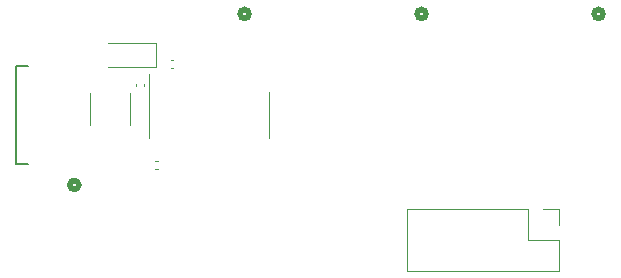
<source format=gbr>
%TF.GenerationSoftware,KiCad,Pcbnew,7.0.7*%
%TF.CreationDate,2024-05-24T10:30:38-07:00*%
%TF.ProjectId,Pinky,50696e6b-792e-46b6-9963-61645f706362,rev?*%
%TF.SameCoordinates,Original*%
%TF.FileFunction,Legend,Bot*%
%TF.FilePolarity,Positive*%
%FSLAX46Y46*%
G04 Gerber Fmt 4.6, Leading zero omitted, Abs format (unit mm)*
G04 Created by KiCad (PCBNEW 7.0.7) date 2024-05-24 10:30:38*
%MOMM*%
%LPD*%
G01*
G04 APERTURE LIST*
%ADD10C,0.508000*%
%ADD11C,0.120000*%
%ADD12C,0.152400*%
G04 APERTURE END LIST*
D10*
%TO.C,J6*%
X144507000Y-74064701D02*
G75*
G03*
X144507000Y-74064701I-381000J0D01*
G01*
%TO.C,J4*%
X174479001Y-74064701D02*
G75*
G03*
X174479001Y-74064701I-381000J0D01*
G01*
%TO.C,J5*%
X159493001Y-74064701D02*
G75*
G03*
X159493001Y-74064701I-381000J0D01*
G01*
D11*
%TO.C,C4*%
X135615000Y-79959165D02*
X135615000Y-80190835D01*
X134895000Y-79959165D02*
X134895000Y-80190835D01*
D12*
%TO.C,J8*%
X124748700Y-86762900D02*
X124748700Y-78457100D01*
X125799058Y-86762900D02*
X124748700Y-86762900D01*
X124748700Y-78457100D02*
X125799058Y-78457100D01*
D10*
X130089499Y-88540900D02*
G75*
G03*
X130089499Y-88540900I-381000J0D01*
G01*
D11*
%TO.C,J7*%
X157898000Y-95798000D02*
X157898000Y-90598000D01*
X170718000Y-95798000D02*
X157898000Y-95798000D01*
X170718000Y-95798000D02*
X170718000Y-93198000D01*
X168118000Y-93198000D02*
X168118000Y-90598000D01*
X170718000Y-93198000D02*
X168118000Y-93198000D01*
X170718000Y-91928000D02*
X170718000Y-90598000D01*
X168118000Y-90598000D02*
X157898000Y-90598000D01*
X170718000Y-90598000D02*
X169388000Y-90598000D01*
%TO.C,U1*%
X146157000Y-82615000D02*
X146157000Y-80665000D01*
X146157000Y-82615000D02*
X146157000Y-84565000D01*
X136037000Y-82615000D02*
X136037000Y-79165000D01*
X136037000Y-82615000D02*
X136037000Y-84565000D01*
%TO.C,F1*%
X134425000Y-80720748D02*
X134425000Y-83493252D01*
X131005000Y-80720748D02*
X131005000Y-83493252D01*
%TO.C,C3*%
X137873665Y-77932000D02*
X138105335Y-77932000D01*
X137873665Y-78652000D02*
X138105335Y-78652000D01*
%TO.C,C5*%
X136536165Y-86508000D02*
X136767835Y-86508000D01*
X136536165Y-87228000D02*
X136767835Y-87228000D01*
%TO.C,D5*%
X136599000Y-78535000D02*
X132589000Y-78535000D01*
X136599000Y-76535000D02*
X136599000Y-78535000D01*
X136599000Y-76535000D02*
X132589000Y-76535000D01*
%TD*%
M02*

</source>
